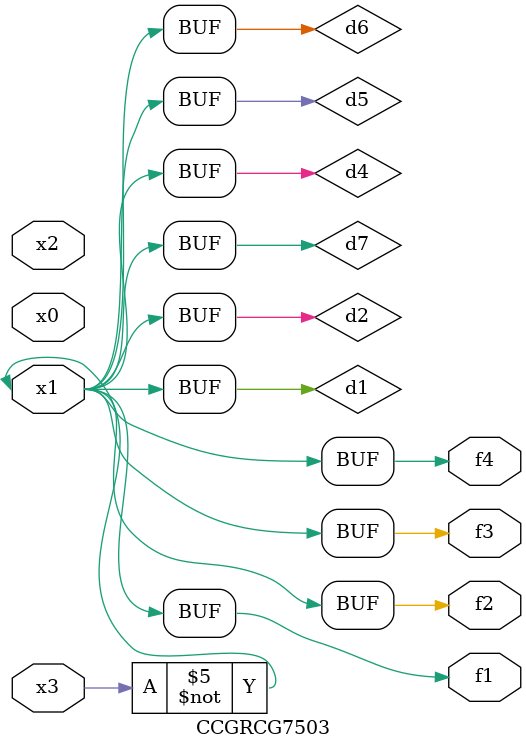
<source format=v>
module CCGRCG7503(
	input x0, x1, x2, x3,
	output f1, f2, f3, f4
);

	wire d1, d2, d3, d4, d5, d6, d7;

	not (d1, x3);
	buf (d2, x1);
	xnor (d3, d1, d2);
	nor (d4, d1);
	buf (d5, d1, d2);
	buf (d6, d4, d5);
	nand (d7, d4);
	assign f1 = d6;
	assign f2 = d7;
	assign f3 = d6;
	assign f4 = d6;
endmodule

</source>
